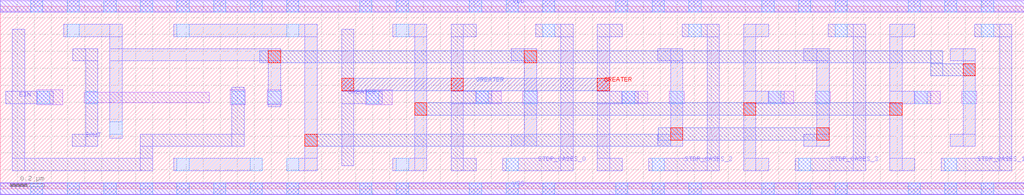
<source format=lef>
VERSION 5.7 ;
BUSBITCHARS "[]" ;
DIVIDERCHAR "/" ;

MACRO stdp_case_gen_macro
  ORIGIN 0 -0.088 ;
  FOREIGN stdp_case_gen 0 0.088 ;
  SIZE 6.048 BY 1.08 ;
  SYMMETRY X Y ;
  SITE core ;
  PIN VDD
    DIRECTION INOUT ;
    USE POWER ;
    SHAPE ABUTMENT ;
    PORT
      LAYER M1 ;
        RECT 0 1.132 6.048 1.204 ;
    END
  END VDD
  PIN VSS
    DIRECTION INOUT ;
    USE GROUND ;
    SHAPE ABUTMENT ;
    PORT
      LAYER M1 ;
        RECT 0 0.052 6.048 0.124 ;
    END
  END VSS
  PIN EIN
    DIRECTION INPUT ;
    USE SIGNAL ;
    PORT
      LAYER M1 ;
        RECT 1.368 0.34 1.44 0.688 ;
        RECT 0.828 0.34 1.44 0.412 ;
        RECT 0.828 0.196 0.9 0.412 ;
        RECT 0.072 0.196 0.9 0.268 ;
        RECT 0.032 0.592 0.312 0.664 ;
        RECT 0.072 0.196 0.144 1.032 ;
    END
  END EIN
  PIN EOUT
    DIRECTION INPUT ;
    USE SIGNAL ;
    PORT
      LAYER M1 ;
        RECT 0.428 0.844 0.576 0.916 ;
        RECT 0.504 0.34 0.576 0.916 ;
        RECT 0.424 0.34 0.576 0.412 ;
    END
  END EOUT
  PIN GREATER
    DIRECTION INPUT ;
    USE SIGNAL ;
    PORT
      LAYER M2 ;
        RECT 2.016 0.668 3.6 0.74 ;
      LAYER M1 ;
        RECT 3.528 0.592 3.768 0.664 ;
        RECT 3.528 0.988 3.676 1.06 ;
        RECT 3.528 0.196 3.676 0.268 ;
        RECT 3.528 0.196 3.6 1.06 ;
        RECT 2.664 0.592 2.904 0.664 ;
        RECT 2.664 0.988 2.812 1.06 ;
        RECT 2.664 0.196 2.812 0.268 ;
        RECT 2.664 0.196 2.736 1.06 ;
        RECT 2.016 0.592 2.256 0.664 ;
        RECT 2.016 0.224 2.088 1.032 ;
      LAYER V1 ;
        RECT 2.016 0.668 2.088 0.74 ;
        RECT 2.664 0.668 2.736 0.74 ;
        RECT 3.528 0.668 3.6 0.74 ;
    END
  END GREATER
  PIN STDP_CASES_0
    DIRECTION OUTPUT ;
    USE SIGNAL ;
    PORT
      LAYER M1 ;
        RECT 3.164 0.988 3.384 1.06 ;
        RECT 3.312 0.196 3.384 1.06 ;
        RECT 2.968 0.196 3.384 0.268 ;
    END
  END STDP_CASES_0
  PIN STDP_CASES_1
    DIRECTION OUTPUT ;
    USE SIGNAL ;
    PORT
      LAYER M1 ;
        RECT 5.756 0.988 5.976 1.06 ;
        RECT 5.904 0.196 5.976 1.06 ;
        RECT 5.56 0.196 5.976 0.268 ;
    END
  END STDP_CASES_1
  PIN STDP_CASES_2
    DIRECTION OUTPUT ;
    USE SIGNAL ;
    PORT
      LAYER M1 ;
        RECT 4.028 0.988 4.248 1.06 ;
        RECT 4.176 0.196 4.248 1.06 ;
        RECT 3.832 0.196 4.248 0.268 ;
    END
  END STDP_CASES_2
  PIN STDP_CASES_3
    DIRECTION OUTPUT ;
    USE SIGNAL ;
    PORT
      LAYER M1 ;
        RECT 4.892 0.988 5.112 1.06 ;
        RECT 5.04 0.196 5.112 1.06 ;
        RECT 4.696 0.196 5.112 0.268 ;
    END
  END STDP_CASES_3
  OBS
    LAYER LIG ;
      RECT 0 0.056 6.048 0.12 ;
      RECT 0 1.136 6.048 1.2 ;
      RECT 5.68 0.592 5.768 0.664 ;
      RECT 5.4 0.592 5.552 0.664 ;
      RECT 4.816 0.592 4.904 0.664 ;
      RECT 4.536 0.592 4.688 0.664 ;
      RECT 3.952 0.592 4.04 0.664 ;
      RECT 3.672 0.592 3.824 0.664 ;
      RECT 3.088 0.592 3.176 0.664 ;
      RECT 2.808 0.592 2.96 0.664 ;
      RECT 2.16 0.584 2.316 0.672 ;
      RECT 1.576 0.584 1.664 0.672 ;
      RECT 1.36 0.584 1.448 0.672 ;
      RECT 0.496 0.596 1.236 0.66 ;
      RECT 0.216 0.584 0.368 0.672 ;
    LAYER V0 ;
      RECT 5.796 0.052 5.868 0.124 ;
      RECT 5.796 0.988 5.868 1.06 ;
      RECT 5.796 1.132 5.868 1.204 ;
      RECT 5.688 0.592 5.76 0.664 ;
      RECT 5.58 0.052 5.652 0.124 ;
      RECT 5.58 0.196 5.652 0.268 ;
      RECT 5.58 1.132 5.652 1.204 ;
      RECT 5.404 0.592 5.476 0.664 ;
      RECT 5.364 0.052 5.436 0.124 ;
      RECT 5.364 1.132 5.436 1.204 ;
      RECT 4.932 0.052 5.004 0.124 ;
      RECT 4.932 0.988 5.004 1.06 ;
      RECT 4.932 1.132 5.004 1.204 ;
      RECT 4.824 0.592 4.896 0.664 ;
      RECT 4.716 0.052 4.788 0.124 ;
      RECT 4.716 0.196 4.788 0.268 ;
      RECT 4.716 1.132 4.788 1.204 ;
      RECT 4.54 0.592 4.612 0.664 ;
      RECT 4.5 0.052 4.572 0.124 ;
      RECT 4.5 1.132 4.572 1.204 ;
      RECT 4.068 0.052 4.14 0.124 ;
      RECT 4.068 0.988 4.14 1.06 ;
      RECT 4.068 1.132 4.14 1.204 ;
      RECT 3.96 0.592 4.032 0.664 ;
      RECT 3.852 0.052 3.924 0.124 ;
      RECT 3.852 0.196 3.924 0.268 ;
      RECT 3.852 1.132 3.924 1.204 ;
      RECT 3.676 0.592 3.748 0.664 ;
      RECT 3.636 0.052 3.708 0.124 ;
      RECT 3.636 1.132 3.708 1.204 ;
      RECT 3.204 0.052 3.276 0.124 ;
      RECT 3.204 0.988 3.276 1.06 ;
      RECT 3.204 1.132 3.276 1.204 ;
      RECT 3.096 0.592 3.168 0.664 ;
      RECT 2.988 0.052 3.06 0.124 ;
      RECT 2.988 0.196 3.06 0.268 ;
      RECT 2.988 1.132 3.06 1.204 ;
      RECT 2.812 0.592 2.884 0.664 ;
      RECT 2.772 0.052 2.844 0.124 ;
      RECT 2.772 1.132 2.844 1.204 ;
      RECT 2.34 0.052 2.412 0.124 ;
      RECT 2.34 0.196 2.412 0.268 ;
      RECT 2.34 0.988 2.412 1.06 ;
      RECT 2.34 1.132 2.412 1.204 ;
      RECT 2.164 0.592 2.236 0.664 ;
      RECT 2.124 0.052 2.196 0.124 ;
      RECT 2.124 1.132 2.196 1.204 ;
      RECT 1.692 0.052 1.764 0.124 ;
      RECT 1.692 0.196 1.764 0.268 ;
      RECT 1.692 0.988 1.764 1.06 ;
      RECT 1.692 1.132 1.764 1.204 ;
      RECT 1.584 0.592 1.656 0.664 ;
      RECT 1.476 0.052 1.548 0.124 ;
      RECT 1.476 0.196 1.548 0.268 ;
      RECT 1.476 1.132 1.548 1.204 ;
      RECT 1.368 0.592 1.44 0.664 ;
      RECT 1.26 0.052 1.332 0.124 ;
      RECT 1.26 1.132 1.332 1.204 ;
      RECT 1.044 0.052 1.116 0.124 ;
      RECT 1.044 0.196 1.116 0.268 ;
      RECT 1.044 0.988 1.116 1.06 ;
      RECT 1.044 1.132 1.116 1.204 ;
      RECT 0.828 0.052 0.9 0.124 ;
      RECT 0.828 1.132 0.9 1.204 ;
      RECT 0.648 0.412 0.72 0.484 ;
      RECT 0.612 0.052 0.684 0.124 ;
      RECT 0.612 1.132 0.684 1.204 ;
      RECT 0.504 0.592 0.576 0.664 ;
      RECT 0.396 0.052 0.468 0.124 ;
      RECT 0.396 0.988 0.468 1.06 ;
      RECT 0.396 1.132 0.468 1.204 ;
      RECT 0.22 0.592 0.292 0.664 ;
      RECT 0.18 0.052 0.252 0.124 ;
      RECT 0.18 1.132 0.252 1.204 ;
    LAYER M1 ;
      RECT 5.612 0.844 5.76 0.916 ;
      RECT 5.688 0.34 5.76 0.916 ;
      RECT 5.612 0.34 5.76 0.412 ;
      RECT 5.256 0.988 5.404 1.06 ;
      RECT 5.256 0.196 5.328 1.06 ;
      RECT 5.256 0.592 5.496 0.664 ;
      RECT 5.256 0.196 5.404 0.268 ;
      RECT 4.748 0.844 4.896 0.916 ;
      RECT 4.824 0.34 4.896 0.916 ;
      RECT 4.748 0.34 4.896 0.412 ;
      RECT 4.392 0.988 4.54 1.06 ;
      RECT 4.392 0.196 4.464 1.06 ;
      RECT 4.392 0.592 4.632 0.664 ;
      RECT 4.392 0.196 4.54 0.268 ;
      RECT 3.884 0.844 4.032 0.916 ;
      RECT 3.96 0.34 4.032 0.916 ;
      RECT 3.884 0.34 4.032 0.412 ;
      RECT 3.02 0.844 3.168 0.916 ;
      RECT 3.096 0.34 3.168 0.916 ;
      RECT 3.02 0.34 3.168 0.412 ;
      RECT 2.32 0.988 2.52 1.06 ;
      RECT 2.448 0.196 2.52 1.06 ;
      RECT 2.32 0.196 2.52 0.268 ;
      RECT 1.024 0.988 1.872 1.06 ;
      RECT 1.8 0.196 1.872 1.06 ;
      RECT 1.692 0.196 1.872 0.268 ;
      RECT 0.376 0.988 0.72 1.06 ;
      RECT 0.648 0.388 0.72 1.06 ;
      RECT 0.648 0.844 1.656 0.916 ;
      RECT 1.584 0.572 1.656 0.916 ;
      RECT 1.024 0.196 1.548 0.268 ;
    LAYER M2 ;
      RECT 1.532 0.832 5.568 0.904 ;
      RECT 5.496 0.756 5.568 0.904 ;
      RECT 5.496 0.756 5.76 0.828 ;
      RECT 3.888 0.376 4.896 0.448 ;
      RECT 1.8 0.34 3.96 0.412 ;
      RECT 2.448 0.524 5.328 0.596 ;
    LAYER V1 ;
      RECT 5.688 0.756 5.76 0.828 ;
      RECT 5.256 0.524 5.328 0.596 ;
      RECT 4.824 0.376 4.896 0.448 ;
      RECT 4.392 0.524 4.464 0.596 ;
      RECT 3.96 0.376 4.032 0.448 ;
      RECT 3.096 0.832 3.168 0.904 ;
      RECT 2.448 0.524 2.52 0.596 ;
      RECT 1.8 0.34 1.872 0.412 ;
      RECT 1.584 0.832 1.656 0.904 ;
  END
END stdp_case_gen_macro

END LIBRARY

</source>
